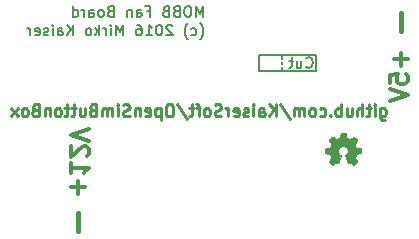
<source format=gbr>
G04 #@! TF.FileFunction,Legend,Bot*
%FSLAX46Y46*%
G04 Gerber Fmt 4.6, Leading zero omitted, Abs format (unit mm)*
G04 Created by KiCad (PCBNEW 4.0.4-stable) date 11/22/16 16:33:30*
%MOMM*%
%LPD*%
G01*
G04 APERTURE LIST*
%ADD10C,0.100000*%
%ADD11C,0.300000*%
%ADD12C,0.400000*%
%ADD13C,0.200000*%
%ADD14C,0.250000*%
%ADD15C,0.002540*%
G04 APERTURE END LIST*
D10*
D11*
X190642857Y-137917856D02*
X190642857Y-136774999D01*
X190071429Y-137346428D02*
X191214286Y-137346428D01*
X190071429Y-135274999D02*
X190071429Y-136132142D01*
X190071429Y-135703570D02*
X191571429Y-135703570D01*
X191357143Y-135846427D01*
X191214286Y-135989285D01*
X191142857Y-136132142D01*
X191428571Y-134703571D02*
X191500000Y-134632142D01*
X191571429Y-134489285D01*
X191571429Y-134132142D01*
X191500000Y-133989285D01*
X191428571Y-133917856D01*
X191285714Y-133846428D01*
X191142857Y-133846428D01*
X190928571Y-133917856D01*
X190071429Y-134774999D01*
X190071429Y-133846428D01*
X191571429Y-133417857D02*
X190071429Y-132917857D01*
X191571429Y-132417857D01*
D12*
X190667857Y-139513095D02*
X190667857Y-141036905D01*
X217942857Y-122588095D02*
X217942857Y-124111905D01*
D11*
X217957143Y-125946429D02*
X217957143Y-127089286D01*
X218528571Y-126517857D02*
X217385714Y-126517857D01*
X217028571Y-128517858D02*
X217028571Y-127803572D01*
X217742857Y-127732143D01*
X217671429Y-127803572D01*
X217600000Y-127946429D01*
X217600000Y-128303572D01*
X217671429Y-128446429D01*
X217742857Y-128517858D01*
X217885714Y-128589286D01*
X218242857Y-128589286D01*
X218385714Y-128517858D01*
X218457143Y-128446429D01*
X218528571Y-128303572D01*
X218528571Y-127946429D01*
X218457143Y-127803572D01*
X218385714Y-127732143D01*
X217028571Y-129017857D02*
X218528571Y-129517857D01*
X217028571Y-130017857D01*
D13*
X210750000Y-127525000D02*
X205950000Y-127525000D01*
X205950000Y-126100000D02*
X205950000Y-127525000D01*
X210750000Y-126100000D02*
X205950000Y-126100000D01*
X210750000Y-127525000D02*
X210750000Y-126100000D01*
X207900000Y-126450000D02*
X207900000Y-126250000D01*
X207900000Y-126925000D02*
X207900000Y-126725000D01*
X207900000Y-127375000D02*
X207900000Y-127175000D01*
X209935715Y-127146429D02*
X209978572Y-127189286D01*
X210107143Y-127232143D01*
X210192857Y-127232143D01*
X210321429Y-127189286D01*
X210407143Y-127103571D01*
X210450000Y-127017857D01*
X210492857Y-126846429D01*
X210492857Y-126717857D01*
X210450000Y-126546429D01*
X210407143Y-126460714D01*
X210321429Y-126375000D01*
X210192857Y-126332143D01*
X210107143Y-126332143D01*
X209978572Y-126375000D01*
X209935715Y-126417857D01*
X209164286Y-126632143D02*
X209164286Y-127232143D01*
X209550000Y-126632143D02*
X209550000Y-127103571D01*
X209507143Y-127189286D01*
X209421429Y-127232143D01*
X209292857Y-127232143D01*
X209207143Y-127189286D01*
X209164286Y-127146429D01*
X208864286Y-126632143D02*
X208521429Y-126632143D01*
X208735714Y-126332143D02*
X208735714Y-127103571D01*
X208692857Y-127189286D01*
X208607143Y-127232143D01*
X208521429Y-127232143D01*
D14*
X216232143Y-130660714D02*
X216232143Y-131470238D01*
X216279762Y-131565476D01*
X216327381Y-131613095D01*
X216422620Y-131660714D01*
X216565477Y-131660714D01*
X216660715Y-131613095D01*
X216232143Y-131279762D02*
X216327381Y-131327381D01*
X216517858Y-131327381D01*
X216613096Y-131279762D01*
X216660715Y-131232143D01*
X216708334Y-131136905D01*
X216708334Y-130851190D01*
X216660715Y-130755952D01*
X216613096Y-130708333D01*
X216517858Y-130660714D01*
X216327381Y-130660714D01*
X216232143Y-130708333D01*
X215755953Y-131327381D02*
X215755953Y-130660714D01*
X215755953Y-130327381D02*
X215803572Y-130375000D01*
X215755953Y-130422619D01*
X215708334Y-130375000D01*
X215755953Y-130327381D01*
X215755953Y-130422619D01*
X215422620Y-130660714D02*
X215041668Y-130660714D01*
X215279763Y-130327381D02*
X215279763Y-131184524D01*
X215232144Y-131279762D01*
X215136906Y-131327381D01*
X215041668Y-131327381D01*
X214708334Y-131327381D02*
X214708334Y-130327381D01*
X214279762Y-131327381D02*
X214279762Y-130803571D01*
X214327381Y-130708333D01*
X214422619Y-130660714D01*
X214565477Y-130660714D01*
X214660715Y-130708333D01*
X214708334Y-130755952D01*
X213375000Y-130660714D02*
X213375000Y-131327381D01*
X213803572Y-130660714D02*
X213803572Y-131184524D01*
X213755953Y-131279762D01*
X213660715Y-131327381D01*
X213517857Y-131327381D01*
X213422619Y-131279762D01*
X213375000Y-131232143D01*
X212898810Y-131327381D02*
X212898810Y-130327381D01*
X212898810Y-130708333D02*
X212803572Y-130660714D01*
X212613095Y-130660714D01*
X212517857Y-130708333D01*
X212470238Y-130755952D01*
X212422619Y-130851190D01*
X212422619Y-131136905D01*
X212470238Y-131232143D01*
X212517857Y-131279762D01*
X212613095Y-131327381D01*
X212803572Y-131327381D01*
X212898810Y-131279762D01*
X211994048Y-131232143D02*
X211946429Y-131279762D01*
X211994048Y-131327381D01*
X212041667Y-131279762D01*
X211994048Y-131232143D01*
X211994048Y-131327381D01*
X211089286Y-131279762D02*
X211184524Y-131327381D01*
X211375001Y-131327381D01*
X211470239Y-131279762D01*
X211517858Y-131232143D01*
X211565477Y-131136905D01*
X211565477Y-130851190D01*
X211517858Y-130755952D01*
X211470239Y-130708333D01*
X211375001Y-130660714D01*
X211184524Y-130660714D01*
X211089286Y-130708333D01*
X210517858Y-131327381D02*
X210613096Y-131279762D01*
X210660715Y-131232143D01*
X210708334Y-131136905D01*
X210708334Y-130851190D01*
X210660715Y-130755952D01*
X210613096Y-130708333D01*
X210517858Y-130660714D01*
X210375000Y-130660714D01*
X210279762Y-130708333D01*
X210232143Y-130755952D01*
X210184524Y-130851190D01*
X210184524Y-131136905D01*
X210232143Y-131232143D01*
X210279762Y-131279762D01*
X210375000Y-131327381D01*
X210517858Y-131327381D01*
X209755953Y-131327381D02*
X209755953Y-130660714D01*
X209755953Y-130755952D02*
X209708334Y-130708333D01*
X209613096Y-130660714D01*
X209470238Y-130660714D01*
X209375000Y-130708333D01*
X209327381Y-130803571D01*
X209327381Y-131327381D01*
X209327381Y-130803571D02*
X209279762Y-130708333D01*
X209184524Y-130660714D01*
X209041667Y-130660714D01*
X208946429Y-130708333D01*
X208898810Y-130803571D01*
X208898810Y-131327381D01*
X207708334Y-130279762D02*
X208565477Y-131565476D01*
X207375001Y-131327381D02*
X207375001Y-130327381D01*
X206803572Y-131327381D02*
X207232144Y-130755952D01*
X206803572Y-130327381D02*
X207375001Y-130898810D01*
X205946429Y-131327381D02*
X205946429Y-130803571D01*
X205994048Y-130708333D01*
X206089286Y-130660714D01*
X206279763Y-130660714D01*
X206375001Y-130708333D01*
X205946429Y-131279762D02*
X206041667Y-131327381D01*
X206279763Y-131327381D01*
X206375001Y-131279762D01*
X206422620Y-131184524D01*
X206422620Y-131089286D01*
X206375001Y-130994048D01*
X206279763Y-130946429D01*
X206041667Y-130946429D01*
X205946429Y-130898810D01*
X205470239Y-131327381D02*
X205470239Y-130660714D01*
X205470239Y-130327381D02*
X205517858Y-130375000D01*
X205470239Y-130422619D01*
X205422620Y-130375000D01*
X205470239Y-130327381D01*
X205470239Y-130422619D01*
X205041668Y-131279762D02*
X204946430Y-131327381D01*
X204755954Y-131327381D01*
X204660715Y-131279762D01*
X204613096Y-131184524D01*
X204613096Y-131136905D01*
X204660715Y-131041667D01*
X204755954Y-130994048D01*
X204898811Y-130994048D01*
X204994049Y-130946429D01*
X205041668Y-130851190D01*
X205041668Y-130803571D01*
X204994049Y-130708333D01*
X204898811Y-130660714D01*
X204755954Y-130660714D01*
X204660715Y-130708333D01*
X203803572Y-131279762D02*
X203898810Y-131327381D01*
X204089287Y-131327381D01*
X204184525Y-131279762D01*
X204232144Y-131184524D01*
X204232144Y-130803571D01*
X204184525Y-130708333D01*
X204089287Y-130660714D01*
X203898810Y-130660714D01*
X203803572Y-130708333D01*
X203755953Y-130803571D01*
X203755953Y-130898810D01*
X204232144Y-130994048D01*
X203327382Y-131327381D02*
X203327382Y-130660714D01*
X203327382Y-130851190D02*
X203279763Y-130755952D01*
X203232144Y-130708333D01*
X203136906Y-130660714D01*
X203041667Y-130660714D01*
X202755953Y-131279762D02*
X202613096Y-131327381D01*
X202375000Y-131327381D01*
X202279762Y-131279762D01*
X202232143Y-131232143D01*
X202184524Y-131136905D01*
X202184524Y-131041667D01*
X202232143Y-130946429D01*
X202279762Y-130898810D01*
X202375000Y-130851190D01*
X202565477Y-130803571D01*
X202660715Y-130755952D01*
X202708334Y-130708333D01*
X202755953Y-130613095D01*
X202755953Y-130517857D01*
X202708334Y-130422619D01*
X202660715Y-130375000D01*
X202565477Y-130327381D01*
X202327381Y-130327381D01*
X202184524Y-130375000D01*
X201613096Y-131327381D02*
X201708334Y-131279762D01*
X201755953Y-131232143D01*
X201803572Y-131136905D01*
X201803572Y-130851190D01*
X201755953Y-130755952D01*
X201708334Y-130708333D01*
X201613096Y-130660714D01*
X201470238Y-130660714D01*
X201375000Y-130708333D01*
X201327381Y-130755952D01*
X201279762Y-130851190D01*
X201279762Y-131136905D01*
X201327381Y-131232143D01*
X201375000Y-131279762D01*
X201470238Y-131327381D01*
X201613096Y-131327381D01*
X200994048Y-130660714D02*
X200613096Y-130660714D01*
X200851191Y-131327381D02*
X200851191Y-130470238D01*
X200803572Y-130375000D01*
X200708334Y-130327381D01*
X200613096Y-130327381D01*
X200422619Y-130660714D02*
X200041667Y-130660714D01*
X200279762Y-130327381D02*
X200279762Y-131184524D01*
X200232143Y-131279762D01*
X200136905Y-131327381D01*
X200041667Y-131327381D01*
X198994047Y-130279762D02*
X199851190Y-131565476D01*
X198470238Y-130327381D02*
X198279761Y-130327381D01*
X198184523Y-130375000D01*
X198089285Y-130470238D01*
X198041666Y-130660714D01*
X198041666Y-130994048D01*
X198089285Y-131184524D01*
X198184523Y-131279762D01*
X198279761Y-131327381D01*
X198470238Y-131327381D01*
X198565476Y-131279762D01*
X198660714Y-131184524D01*
X198708333Y-130994048D01*
X198708333Y-130660714D01*
X198660714Y-130470238D01*
X198565476Y-130375000D01*
X198470238Y-130327381D01*
X197613095Y-130660714D02*
X197613095Y-131660714D01*
X197613095Y-130708333D02*
X197517857Y-130660714D01*
X197327380Y-130660714D01*
X197232142Y-130708333D01*
X197184523Y-130755952D01*
X197136904Y-130851190D01*
X197136904Y-131136905D01*
X197184523Y-131232143D01*
X197232142Y-131279762D01*
X197327380Y-131327381D01*
X197517857Y-131327381D01*
X197613095Y-131279762D01*
X196327380Y-131279762D02*
X196422618Y-131327381D01*
X196613095Y-131327381D01*
X196708333Y-131279762D01*
X196755952Y-131184524D01*
X196755952Y-130803571D01*
X196708333Y-130708333D01*
X196613095Y-130660714D01*
X196422618Y-130660714D01*
X196327380Y-130708333D01*
X196279761Y-130803571D01*
X196279761Y-130898810D01*
X196755952Y-130994048D01*
X195851190Y-130660714D02*
X195851190Y-131327381D01*
X195851190Y-130755952D02*
X195803571Y-130708333D01*
X195708333Y-130660714D01*
X195565475Y-130660714D01*
X195470237Y-130708333D01*
X195422618Y-130803571D01*
X195422618Y-131327381D01*
X194994047Y-131279762D02*
X194851190Y-131327381D01*
X194613094Y-131327381D01*
X194517856Y-131279762D01*
X194470237Y-131232143D01*
X194422618Y-131136905D01*
X194422618Y-131041667D01*
X194470237Y-130946429D01*
X194517856Y-130898810D01*
X194613094Y-130851190D01*
X194803571Y-130803571D01*
X194898809Y-130755952D01*
X194946428Y-130708333D01*
X194994047Y-130613095D01*
X194994047Y-130517857D01*
X194946428Y-130422619D01*
X194898809Y-130375000D01*
X194803571Y-130327381D01*
X194565475Y-130327381D01*
X194422618Y-130375000D01*
X193994047Y-131327381D02*
X193994047Y-130660714D01*
X193994047Y-130327381D02*
X194041666Y-130375000D01*
X193994047Y-130422619D01*
X193946428Y-130375000D01*
X193994047Y-130327381D01*
X193994047Y-130422619D01*
X193517857Y-131327381D02*
X193517857Y-130660714D01*
X193517857Y-130755952D02*
X193470238Y-130708333D01*
X193375000Y-130660714D01*
X193232142Y-130660714D01*
X193136904Y-130708333D01*
X193089285Y-130803571D01*
X193089285Y-131327381D01*
X193089285Y-130803571D02*
X193041666Y-130708333D01*
X192946428Y-130660714D01*
X192803571Y-130660714D01*
X192708333Y-130708333D01*
X192660714Y-130803571D01*
X192660714Y-131327381D01*
X191851190Y-130803571D02*
X191708333Y-130851190D01*
X191660714Y-130898810D01*
X191613095Y-130994048D01*
X191613095Y-131136905D01*
X191660714Y-131232143D01*
X191708333Y-131279762D01*
X191803571Y-131327381D01*
X192184524Y-131327381D01*
X192184524Y-130327381D01*
X191851190Y-130327381D01*
X191755952Y-130375000D01*
X191708333Y-130422619D01*
X191660714Y-130517857D01*
X191660714Y-130613095D01*
X191708333Y-130708333D01*
X191755952Y-130755952D01*
X191851190Y-130803571D01*
X192184524Y-130803571D01*
X190755952Y-130660714D02*
X190755952Y-131327381D01*
X191184524Y-130660714D02*
X191184524Y-131184524D01*
X191136905Y-131279762D01*
X191041667Y-131327381D01*
X190898809Y-131327381D01*
X190803571Y-131279762D01*
X190755952Y-131232143D01*
X190422619Y-130660714D02*
X190041667Y-130660714D01*
X190279762Y-130327381D02*
X190279762Y-131184524D01*
X190232143Y-131279762D01*
X190136905Y-131327381D01*
X190041667Y-131327381D01*
X189851190Y-130660714D02*
X189470238Y-130660714D01*
X189708333Y-130327381D02*
X189708333Y-131184524D01*
X189660714Y-131279762D01*
X189565476Y-131327381D01*
X189470238Y-131327381D01*
X188994047Y-131327381D02*
X189089285Y-131279762D01*
X189136904Y-131232143D01*
X189184523Y-131136905D01*
X189184523Y-130851190D01*
X189136904Y-130755952D01*
X189089285Y-130708333D01*
X188994047Y-130660714D01*
X188851189Y-130660714D01*
X188755951Y-130708333D01*
X188708332Y-130755952D01*
X188660713Y-130851190D01*
X188660713Y-131136905D01*
X188708332Y-131232143D01*
X188755951Y-131279762D01*
X188851189Y-131327381D01*
X188994047Y-131327381D01*
X188232142Y-130660714D02*
X188232142Y-131327381D01*
X188232142Y-130755952D02*
X188184523Y-130708333D01*
X188089285Y-130660714D01*
X187946427Y-130660714D01*
X187851189Y-130708333D01*
X187803570Y-130803571D01*
X187803570Y-131327381D01*
X186994046Y-130803571D02*
X186851189Y-130851190D01*
X186803570Y-130898810D01*
X186755951Y-130994048D01*
X186755951Y-131136905D01*
X186803570Y-131232143D01*
X186851189Y-131279762D01*
X186946427Y-131327381D01*
X187327380Y-131327381D01*
X187327380Y-130327381D01*
X186994046Y-130327381D01*
X186898808Y-130375000D01*
X186851189Y-130422619D01*
X186803570Y-130517857D01*
X186803570Y-130613095D01*
X186851189Y-130708333D01*
X186898808Y-130755952D01*
X186994046Y-130803571D01*
X187327380Y-130803571D01*
X186184523Y-131327381D02*
X186279761Y-131279762D01*
X186327380Y-131232143D01*
X186374999Y-131136905D01*
X186374999Y-130851190D01*
X186327380Y-130755952D01*
X186279761Y-130708333D01*
X186184523Y-130660714D01*
X186041665Y-130660714D01*
X185946427Y-130708333D01*
X185898808Y-130755952D01*
X185851189Y-130851190D01*
X185851189Y-131136905D01*
X185898808Y-131232143D01*
X185946427Y-131279762D01*
X186041665Y-131327381D01*
X186184523Y-131327381D01*
X185517856Y-131327381D02*
X184994046Y-130660714D01*
X185517856Y-130660714D02*
X184994046Y-131327381D01*
D13*
X201215714Y-122922143D02*
X201215714Y-122022143D01*
X200915714Y-122665000D01*
X200615714Y-122022143D01*
X200615714Y-122922143D01*
X200015715Y-122022143D02*
X199844286Y-122022143D01*
X199758572Y-122065000D01*
X199672858Y-122150714D01*
X199630000Y-122322143D01*
X199630000Y-122622143D01*
X199672858Y-122793571D01*
X199758572Y-122879286D01*
X199844286Y-122922143D01*
X200015715Y-122922143D01*
X200101429Y-122879286D01*
X200187143Y-122793571D01*
X200230000Y-122622143D01*
X200230000Y-122322143D01*
X200187143Y-122150714D01*
X200101429Y-122065000D01*
X200015715Y-122022143D01*
X198944286Y-122450714D02*
X198815715Y-122493571D01*
X198772858Y-122536429D01*
X198730001Y-122622143D01*
X198730001Y-122750714D01*
X198772858Y-122836429D01*
X198815715Y-122879286D01*
X198901429Y-122922143D01*
X199244286Y-122922143D01*
X199244286Y-122022143D01*
X198944286Y-122022143D01*
X198858572Y-122065000D01*
X198815715Y-122107857D01*
X198772858Y-122193571D01*
X198772858Y-122279286D01*
X198815715Y-122365000D01*
X198858572Y-122407857D01*
X198944286Y-122450714D01*
X199244286Y-122450714D01*
X198044286Y-122450714D02*
X197915715Y-122493571D01*
X197872858Y-122536429D01*
X197830001Y-122622143D01*
X197830001Y-122750714D01*
X197872858Y-122836429D01*
X197915715Y-122879286D01*
X198001429Y-122922143D01*
X198344286Y-122922143D01*
X198344286Y-122022143D01*
X198044286Y-122022143D01*
X197958572Y-122065000D01*
X197915715Y-122107857D01*
X197872858Y-122193571D01*
X197872858Y-122279286D01*
X197915715Y-122365000D01*
X197958572Y-122407857D01*
X198044286Y-122450714D01*
X198344286Y-122450714D01*
X196458572Y-122450714D02*
X196758572Y-122450714D01*
X196758572Y-122922143D02*
X196758572Y-122022143D01*
X196330001Y-122022143D01*
X195601429Y-122922143D02*
X195601429Y-122450714D01*
X195644286Y-122365000D01*
X195730000Y-122322143D01*
X195901429Y-122322143D01*
X195987143Y-122365000D01*
X195601429Y-122879286D02*
X195687143Y-122922143D01*
X195901429Y-122922143D01*
X195987143Y-122879286D01*
X196030000Y-122793571D01*
X196030000Y-122707857D01*
X195987143Y-122622143D01*
X195901429Y-122579286D01*
X195687143Y-122579286D01*
X195601429Y-122536429D01*
X195172857Y-122322143D02*
X195172857Y-122922143D01*
X195172857Y-122407857D02*
X195130000Y-122365000D01*
X195044286Y-122322143D01*
X194915714Y-122322143D01*
X194830000Y-122365000D01*
X194787143Y-122450714D01*
X194787143Y-122922143D01*
X193372857Y-122450714D02*
X193244286Y-122493571D01*
X193201429Y-122536429D01*
X193158572Y-122622143D01*
X193158572Y-122750714D01*
X193201429Y-122836429D01*
X193244286Y-122879286D01*
X193330000Y-122922143D01*
X193672857Y-122922143D01*
X193672857Y-122022143D01*
X193372857Y-122022143D01*
X193287143Y-122065000D01*
X193244286Y-122107857D01*
X193201429Y-122193571D01*
X193201429Y-122279286D01*
X193244286Y-122365000D01*
X193287143Y-122407857D01*
X193372857Y-122450714D01*
X193672857Y-122450714D01*
X192644286Y-122922143D02*
X192730000Y-122879286D01*
X192772857Y-122836429D01*
X192815714Y-122750714D01*
X192815714Y-122493571D01*
X192772857Y-122407857D01*
X192730000Y-122365000D01*
X192644286Y-122322143D01*
X192515714Y-122322143D01*
X192430000Y-122365000D01*
X192387143Y-122407857D01*
X192344286Y-122493571D01*
X192344286Y-122750714D01*
X192387143Y-122836429D01*
X192430000Y-122879286D01*
X192515714Y-122922143D01*
X192644286Y-122922143D01*
X191572857Y-122922143D02*
X191572857Y-122450714D01*
X191615714Y-122365000D01*
X191701428Y-122322143D01*
X191872857Y-122322143D01*
X191958571Y-122365000D01*
X191572857Y-122879286D02*
X191658571Y-122922143D01*
X191872857Y-122922143D01*
X191958571Y-122879286D01*
X192001428Y-122793571D01*
X192001428Y-122707857D01*
X191958571Y-122622143D01*
X191872857Y-122579286D01*
X191658571Y-122579286D01*
X191572857Y-122536429D01*
X191144285Y-122922143D02*
X191144285Y-122322143D01*
X191144285Y-122493571D02*
X191101428Y-122407857D01*
X191058571Y-122365000D01*
X190972857Y-122322143D01*
X190887142Y-122322143D01*
X190201428Y-122922143D02*
X190201428Y-122022143D01*
X190201428Y-122879286D02*
X190287142Y-122922143D01*
X190458571Y-122922143D01*
X190544285Y-122879286D01*
X190587142Y-122836429D01*
X190629999Y-122750714D01*
X190629999Y-122493571D01*
X190587142Y-122407857D01*
X190544285Y-122365000D01*
X190458571Y-122322143D01*
X190287142Y-122322143D01*
X190201428Y-122365000D01*
X200958571Y-124815000D02*
X201001429Y-124772143D01*
X201087143Y-124643571D01*
X201130000Y-124557857D01*
X201172857Y-124429286D01*
X201215714Y-124215000D01*
X201215714Y-124043571D01*
X201172857Y-123829286D01*
X201130000Y-123700714D01*
X201087143Y-123615000D01*
X201001429Y-123486429D01*
X200958571Y-123443571D01*
X200230000Y-124429286D02*
X200315714Y-124472143D01*
X200487143Y-124472143D01*
X200572857Y-124429286D01*
X200615714Y-124386429D01*
X200658571Y-124300714D01*
X200658571Y-124043571D01*
X200615714Y-123957857D01*
X200572857Y-123915000D01*
X200487143Y-123872143D01*
X200315714Y-123872143D01*
X200230000Y-123915000D01*
X199930000Y-124815000D02*
X199887142Y-124772143D01*
X199801428Y-124643571D01*
X199758571Y-124557857D01*
X199715714Y-124429286D01*
X199672857Y-124215000D01*
X199672857Y-124043571D01*
X199715714Y-123829286D01*
X199758571Y-123700714D01*
X199801428Y-123615000D01*
X199887142Y-123486429D01*
X199930000Y-123443571D01*
X198601428Y-123657857D02*
X198558571Y-123615000D01*
X198472857Y-123572143D01*
X198258571Y-123572143D01*
X198172857Y-123615000D01*
X198130000Y-123657857D01*
X198087143Y-123743571D01*
X198087143Y-123829286D01*
X198130000Y-123957857D01*
X198644286Y-124472143D01*
X198087143Y-124472143D01*
X197530000Y-123572143D02*
X197444285Y-123572143D01*
X197358571Y-123615000D01*
X197315714Y-123657857D01*
X197272857Y-123743571D01*
X197230000Y-123915000D01*
X197230000Y-124129286D01*
X197272857Y-124300714D01*
X197315714Y-124386429D01*
X197358571Y-124429286D01*
X197444285Y-124472143D01*
X197530000Y-124472143D01*
X197615714Y-124429286D01*
X197658571Y-124386429D01*
X197701428Y-124300714D01*
X197744285Y-124129286D01*
X197744285Y-123915000D01*
X197701428Y-123743571D01*
X197658571Y-123657857D01*
X197615714Y-123615000D01*
X197530000Y-123572143D01*
X196372857Y-124472143D02*
X196887142Y-124472143D01*
X196630000Y-124472143D02*
X196630000Y-123572143D01*
X196715714Y-123700714D01*
X196801428Y-123786429D01*
X196887142Y-123829286D01*
X195601428Y-123572143D02*
X195772857Y-123572143D01*
X195858571Y-123615000D01*
X195901428Y-123657857D01*
X195987142Y-123786429D01*
X196029999Y-123957857D01*
X196029999Y-124300714D01*
X195987142Y-124386429D01*
X195944285Y-124429286D01*
X195858571Y-124472143D01*
X195687142Y-124472143D01*
X195601428Y-124429286D01*
X195558571Y-124386429D01*
X195515714Y-124300714D01*
X195515714Y-124086429D01*
X195558571Y-124000714D01*
X195601428Y-123957857D01*
X195687142Y-123915000D01*
X195858571Y-123915000D01*
X195944285Y-123957857D01*
X195987142Y-124000714D01*
X196029999Y-124086429D01*
X194444285Y-124472143D02*
X194444285Y-123572143D01*
X194144285Y-124215000D01*
X193844285Y-123572143D01*
X193844285Y-124472143D01*
X193415714Y-124472143D02*
X193415714Y-123872143D01*
X193415714Y-123572143D02*
X193458571Y-123615000D01*
X193415714Y-123657857D01*
X193372857Y-123615000D01*
X193415714Y-123572143D01*
X193415714Y-123657857D01*
X192987143Y-124472143D02*
X192987143Y-123872143D01*
X192987143Y-124043571D02*
X192944286Y-123957857D01*
X192901429Y-123915000D01*
X192815715Y-123872143D01*
X192730000Y-123872143D01*
X192430000Y-124472143D02*
X192430000Y-123572143D01*
X192344286Y-124129286D02*
X192087143Y-124472143D01*
X192087143Y-123872143D02*
X192430000Y-124215000D01*
X191572858Y-124472143D02*
X191658572Y-124429286D01*
X191701429Y-124386429D01*
X191744286Y-124300714D01*
X191744286Y-124043571D01*
X191701429Y-123957857D01*
X191658572Y-123915000D01*
X191572858Y-123872143D01*
X191444286Y-123872143D01*
X191358572Y-123915000D01*
X191315715Y-123957857D01*
X191272858Y-124043571D01*
X191272858Y-124300714D01*
X191315715Y-124386429D01*
X191358572Y-124429286D01*
X191444286Y-124472143D01*
X191572858Y-124472143D01*
X190201429Y-124472143D02*
X190201429Y-123572143D01*
X189687144Y-124472143D02*
X190072858Y-123957857D01*
X189687144Y-123572143D02*
X190201429Y-124086429D01*
X188915715Y-124472143D02*
X188915715Y-124000714D01*
X188958572Y-123915000D01*
X189044286Y-123872143D01*
X189215715Y-123872143D01*
X189301429Y-123915000D01*
X188915715Y-124429286D02*
X189001429Y-124472143D01*
X189215715Y-124472143D01*
X189301429Y-124429286D01*
X189344286Y-124343571D01*
X189344286Y-124257857D01*
X189301429Y-124172143D01*
X189215715Y-124129286D01*
X189001429Y-124129286D01*
X188915715Y-124086429D01*
X188487143Y-124472143D02*
X188487143Y-123872143D01*
X188487143Y-123572143D02*
X188530000Y-123615000D01*
X188487143Y-123657857D01*
X188444286Y-123615000D01*
X188487143Y-123572143D01*
X188487143Y-123657857D01*
X188101429Y-124429286D02*
X188015715Y-124472143D01*
X187844287Y-124472143D01*
X187758572Y-124429286D01*
X187715715Y-124343571D01*
X187715715Y-124300714D01*
X187758572Y-124215000D01*
X187844287Y-124172143D01*
X187972858Y-124172143D01*
X188058572Y-124129286D01*
X188101429Y-124043571D01*
X188101429Y-124000714D01*
X188058572Y-123915000D01*
X187972858Y-123872143D01*
X187844287Y-123872143D01*
X187758572Y-123915000D01*
X186987144Y-124429286D02*
X187072858Y-124472143D01*
X187244287Y-124472143D01*
X187330001Y-124429286D01*
X187372858Y-124343571D01*
X187372858Y-124000714D01*
X187330001Y-123915000D01*
X187244287Y-123872143D01*
X187072858Y-123872143D01*
X186987144Y-123915000D01*
X186944287Y-124000714D01*
X186944287Y-124086429D01*
X187372858Y-124172143D01*
X186558572Y-124472143D02*
X186558572Y-123872143D01*
X186558572Y-124043571D02*
X186515715Y-123957857D01*
X186472858Y-123915000D01*
X186387144Y-123872143D01*
X186301429Y-123872143D01*
D15*
G36*
X213984320Y-135446200D02*
X213966540Y-135438580D01*
X213933520Y-135415720D01*
X213882720Y-135382700D01*
X213824300Y-135344600D01*
X213763340Y-135303960D01*
X213715080Y-135270940D01*
X213679520Y-135248080D01*
X213666820Y-135240460D01*
X213659200Y-135243000D01*
X213631260Y-135258240D01*
X213590620Y-135278560D01*
X213565220Y-135291260D01*
X213527120Y-135306500D01*
X213509340Y-135311580D01*
X213506800Y-135306500D01*
X213491560Y-135276020D01*
X213471240Y-135227760D01*
X213443300Y-135161720D01*
X213410280Y-135085520D01*
X213374720Y-135004240D01*
X213341700Y-134920420D01*
X213308680Y-134841680D01*
X213278200Y-134768020D01*
X213255340Y-134709600D01*
X213240100Y-134668960D01*
X213232480Y-134651180D01*
X213235020Y-134648640D01*
X213252800Y-134630860D01*
X213285820Y-134605460D01*
X213356940Y-134547040D01*
X213428060Y-134460680D01*
X213471240Y-134361620D01*
X213483940Y-134249860D01*
X213473780Y-134148260D01*
X213433140Y-134051740D01*
X213364560Y-133962840D01*
X213280740Y-133896800D01*
X213184220Y-133856160D01*
X213075000Y-133843460D01*
X212970860Y-133853620D01*
X212871800Y-133894260D01*
X212782900Y-133960300D01*
X212744800Y-134003480D01*
X212694000Y-134094920D01*
X212663520Y-134188900D01*
X212660980Y-134211760D01*
X212666060Y-134318440D01*
X212696540Y-134420040D01*
X212752420Y-134508940D01*
X212828620Y-134582600D01*
X212838780Y-134590220D01*
X212874340Y-134618160D01*
X212899740Y-134635940D01*
X212917520Y-134651180D01*
X212782900Y-134973760D01*
X212762580Y-135024560D01*
X212724480Y-135113460D01*
X212694000Y-135189660D01*
X212666060Y-135250620D01*
X212648280Y-135291260D01*
X212640660Y-135306500D01*
X212640660Y-135306500D01*
X212627960Y-135309040D01*
X212605100Y-135301420D01*
X212559380Y-135278560D01*
X212528900Y-135263320D01*
X212495880Y-135248080D01*
X212480640Y-135240460D01*
X212465400Y-135248080D01*
X212432380Y-135268400D01*
X212386660Y-135301420D01*
X212328240Y-135339520D01*
X212272360Y-135377620D01*
X212221560Y-135410640D01*
X212186000Y-135436040D01*
X212168220Y-135443660D01*
X212165680Y-135443660D01*
X212147900Y-135436040D01*
X212119960Y-135410640D01*
X212076780Y-135370000D01*
X212013280Y-135309040D01*
X212003120Y-135298880D01*
X211952320Y-135248080D01*
X211911680Y-135202360D01*
X211883740Y-135171880D01*
X211873580Y-135159180D01*
X211873580Y-135159180D01*
X211883740Y-135141400D01*
X211906600Y-135103300D01*
X211939620Y-135052500D01*
X211980260Y-134991540D01*
X212086940Y-134836600D01*
X212028520Y-134691820D01*
X212010740Y-134646100D01*
X211987880Y-134590220D01*
X211970100Y-134552120D01*
X211962480Y-134534340D01*
X211944700Y-134529260D01*
X211906600Y-134519100D01*
X211848180Y-134508940D01*
X211777060Y-134496240D01*
X211711020Y-134483540D01*
X211652600Y-134470840D01*
X211609420Y-134463220D01*
X211589100Y-134460680D01*
X211584020Y-134455600D01*
X211581480Y-134447980D01*
X211578940Y-134427660D01*
X211576400Y-134389560D01*
X211576400Y-134333680D01*
X211576400Y-134249860D01*
X211576400Y-134242240D01*
X211576400Y-134163500D01*
X211578940Y-134100000D01*
X211581480Y-134061900D01*
X211584020Y-134044120D01*
X211584020Y-134044120D01*
X211601800Y-134039040D01*
X211644980Y-134031420D01*
X211703400Y-134018720D01*
X211774520Y-134006020D01*
X211779600Y-134006020D01*
X211850720Y-133990780D01*
X211909140Y-133978080D01*
X211952320Y-133970460D01*
X211970100Y-133962840D01*
X211972640Y-133957760D01*
X211987880Y-133929820D01*
X212008200Y-133886640D01*
X212031060Y-133833300D01*
X212053920Y-133777420D01*
X212074240Y-133726620D01*
X212086940Y-133691060D01*
X212092020Y-133673280D01*
X212092020Y-133673280D01*
X212081860Y-133655500D01*
X212056460Y-133619940D01*
X212020900Y-133569140D01*
X211980260Y-133508180D01*
X211977720Y-133503100D01*
X211937080Y-133442140D01*
X211904060Y-133391340D01*
X211881200Y-133355780D01*
X211873580Y-133340540D01*
X211873580Y-133338000D01*
X211886280Y-133320220D01*
X211916760Y-133287200D01*
X211962480Y-133241480D01*
X212013280Y-133188140D01*
X212031060Y-133172900D01*
X212089480Y-133114480D01*
X212130120Y-133078920D01*
X212155520Y-133058600D01*
X212165680Y-133053520D01*
X212168220Y-133053520D01*
X212186000Y-133063680D01*
X212224100Y-133089080D01*
X212274900Y-133124640D01*
X212335860Y-133165280D01*
X212338400Y-133167820D01*
X212399360Y-133208460D01*
X212450160Y-133244020D01*
X212485720Y-133266880D01*
X212500960Y-133274500D01*
X212503500Y-133274500D01*
X212526360Y-133269420D01*
X212569540Y-133254180D01*
X212622880Y-133233860D01*
X212678760Y-133211000D01*
X212729560Y-133190680D01*
X212765120Y-133172900D01*
X212782900Y-133162740D01*
X212785440Y-133162740D01*
X212790520Y-133139880D01*
X212800680Y-133094160D01*
X212813380Y-133033200D01*
X212828620Y-132959540D01*
X212831160Y-132949380D01*
X212843860Y-132875720D01*
X212854020Y-132817300D01*
X212864180Y-132776660D01*
X212866720Y-132758880D01*
X212876880Y-132758880D01*
X212912440Y-132756340D01*
X212965780Y-132753800D01*
X213031820Y-132753800D01*
X213097860Y-132753800D01*
X213163900Y-132753800D01*
X213219780Y-132756340D01*
X213260420Y-132758880D01*
X213278200Y-132763960D01*
X213278200Y-132763960D01*
X213283280Y-132786820D01*
X213293440Y-132830000D01*
X213306140Y-132893500D01*
X213321380Y-132967160D01*
X213323920Y-132979860D01*
X213336620Y-133050980D01*
X213349320Y-133109400D01*
X213356940Y-133150040D01*
X213362020Y-133165280D01*
X213367100Y-133167820D01*
X213397580Y-133183060D01*
X213445840Y-133200840D01*
X213504260Y-133226240D01*
X213641420Y-133282120D01*
X213809060Y-133165280D01*
X213824300Y-133155120D01*
X213885260Y-133114480D01*
X213936060Y-133081460D01*
X213971620Y-133058600D01*
X213984320Y-133050980D01*
X213986860Y-133050980D01*
X214002100Y-133066220D01*
X214035120Y-133096700D01*
X214080840Y-133142420D01*
X214134180Y-133193220D01*
X214174820Y-133233860D01*
X214220540Y-133279580D01*
X214248480Y-133312600D01*
X214266260Y-133332920D01*
X214271340Y-133345620D01*
X214268800Y-133353240D01*
X214258640Y-133371020D01*
X214233240Y-133406580D01*
X214200220Y-133459920D01*
X214159580Y-133518340D01*
X214124020Y-133569140D01*
X214088460Y-133625020D01*
X214065600Y-133665660D01*
X214055440Y-133683440D01*
X214057980Y-133693600D01*
X214070680Y-133726620D01*
X214091000Y-133774880D01*
X214116400Y-133835840D01*
X214174820Y-133967920D01*
X214261180Y-133985700D01*
X214314520Y-133995860D01*
X214388180Y-134008560D01*
X214459300Y-134023800D01*
X214571060Y-134044120D01*
X214573600Y-134447980D01*
X214555820Y-134455600D01*
X214540580Y-134460680D01*
X214499940Y-134470840D01*
X214441520Y-134481000D01*
X214372940Y-134493700D01*
X214311980Y-134506400D01*
X214253560Y-134516560D01*
X214210380Y-134524180D01*
X214192600Y-134529260D01*
X214187520Y-134534340D01*
X214172280Y-134564820D01*
X214151960Y-134610540D01*
X214129100Y-134663880D01*
X214103700Y-134722300D01*
X214083380Y-134773100D01*
X214068140Y-134813740D01*
X214063060Y-134834060D01*
X214070680Y-134849300D01*
X214093540Y-134884860D01*
X214126560Y-134935660D01*
X214167200Y-134994080D01*
X214207840Y-135052500D01*
X214240860Y-135103300D01*
X214266260Y-135138860D01*
X214273880Y-135156640D01*
X214268800Y-135166800D01*
X214245940Y-135194740D01*
X214202760Y-135240460D01*
X214136720Y-135306500D01*
X214124020Y-135316660D01*
X214073220Y-135367460D01*
X214027500Y-135408100D01*
X213997020Y-135436040D01*
X213984320Y-135446200D01*
X213984320Y-135446200D01*
G37*
X213984320Y-135446200D02*
X213966540Y-135438580D01*
X213933520Y-135415720D01*
X213882720Y-135382700D01*
X213824300Y-135344600D01*
X213763340Y-135303960D01*
X213715080Y-135270940D01*
X213679520Y-135248080D01*
X213666820Y-135240460D01*
X213659200Y-135243000D01*
X213631260Y-135258240D01*
X213590620Y-135278560D01*
X213565220Y-135291260D01*
X213527120Y-135306500D01*
X213509340Y-135311580D01*
X213506800Y-135306500D01*
X213491560Y-135276020D01*
X213471240Y-135227760D01*
X213443300Y-135161720D01*
X213410280Y-135085520D01*
X213374720Y-135004240D01*
X213341700Y-134920420D01*
X213308680Y-134841680D01*
X213278200Y-134768020D01*
X213255340Y-134709600D01*
X213240100Y-134668960D01*
X213232480Y-134651180D01*
X213235020Y-134648640D01*
X213252800Y-134630860D01*
X213285820Y-134605460D01*
X213356940Y-134547040D01*
X213428060Y-134460680D01*
X213471240Y-134361620D01*
X213483940Y-134249860D01*
X213473780Y-134148260D01*
X213433140Y-134051740D01*
X213364560Y-133962840D01*
X213280740Y-133896800D01*
X213184220Y-133856160D01*
X213075000Y-133843460D01*
X212970860Y-133853620D01*
X212871800Y-133894260D01*
X212782900Y-133960300D01*
X212744800Y-134003480D01*
X212694000Y-134094920D01*
X212663520Y-134188900D01*
X212660980Y-134211760D01*
X212666060Y-134318440D01*
X212696540Y-134420040D01*
X212752420Y-134508940D01*
X212828620Y-134582600D01*
X212838780Y-134590220D01*
X212874340Y-134618160D01*
X212899740Y-134635940D01*
X212917520Y-134651180D01*
X212782900Y-134973760D01*
X212762580Y-135024560D01*
X212724480Y-135113460D01*
X212694000Y-135189660D01*
X212666060Y-135250620D01*
X212648280Y-135291260D01*
X212640660Y-135306500D01*
X212640660Y-135306500D01*
X212627960Y-135309040D01*
X212605100Y-135301420D01*
X212559380Y-135278560D01*
X212528900Y-135263320D01*
X212495880Y-135248080D01*
X212480640Y-135240460D01*
X212465400Y-135248080D01*
X212432380Y-135268400D01*
X212386660Y-135301420D01*
X212328240Y-135339520D01*
X212272360Y-135377620D01*
X212221560Y-135410640D01*
X212186000Y-135436040D01*
X212168220Y-135443660D01*
X212165680Y-135443660D01*
X212147900Y-135436040D01*
X212119960Y-135410640D01*
X212076780Y-135370000D01*
X212013280Y-135309040D01*
X212003120Y-135298880D01*
X211952320Y-135248080D01*
X211911680Y-135202360D01*
X211883740Y-135171880D01*
X211873580Y-135159180D01*
X211873580Y-135159180D01*
X211883740Y-135141400D01*
X211906600Y-135103300D01*
X211939620Y-135052500D01*
X211980260Y-134991540D01*
X212086940Y-134836600D01*
X212028520Y-134691820D01*
X212010740Y-134646100D01*
X211987880Y-134590220D01*
X211970100Y-134552120D01*
X211962480Y-134534340D01*
X211944700Y-134529260D01*
X211906600Y-134519100D01*
X211848180Y-134508940D01*
X211777060Y-134496240D01*
X211711020Y-134483540D01*
X211652600Y-134470840D01*
X211609420Y-134463220D01*
X211589100Y-134460680D01*
X211584020Y-134455600D01*
X211581480Y-134447980D01*
X211578940Y-134427660D01*
X211576400Y-134389560D01*
X211576400Y-134333680D01*
X211576400Y-134249860D01*
X211576400Y-134242240D01*
X211576400Y-134163500D01*
X211578940Y-134100000D01*
X211581480Y-134061900D01*
X211584020Y-134044120D01*
X211584020Y-134044120D01*
X211601800Y-134039040D01*
X211644980Y-134031420D01*
X211703400Y-134018720D01*
X211774520Y-134006020D01*
X211779600Y-134006020D01*
X211850720Y-133990780D01*
X211909140Y-133978080D01*
X211952320Y-133970460D01*
X211970100Y-133962840D01*
X211972640Y-133957760D01*
X211987880Y-133929820D01*
X212008200Y-133886640D01*
X212031060Y-133833300D01*
X212053920Y-133777420D01*
X212074240Y-133726620D01*
X212086940Y-133691060D01*
X212092020Y-133673280D01*
X212092020Y-133673280D01*
X212081860Y-133655500D01*
X212056460Y-133619940D01*
X212020900Y-133569140D01*
X211980260Y-133508180D01*
X211977720Y-133503100D01*
X211937080Y-133442140D01*
X211904060Y-133391340D01*
X211881200Y-133355780D01*
X211873580Y-133340540D01*
X211873580Y-133338000D01*
X211886280Y-133320220D01*
X211916760Y-133287200D01*
X211962480Y-133241480D01*
X212013280Y-133188140D01*
X212031060Y-133172900D01*
X212089480Y-133114480D01*
X212130120Y-133078920D01*
X212155520Y-133058600D01*
X212165680Y-133053520D01*
X212168220Y-133053520D01*
X212186000Y-133063680D01*
X212224100Y-133089080D01*
X212274900Y-133124640D01*
X212335860Y-133165280D01*
X212338400Y-133167820D01*
X212399360Y-133208460D01*
X212450160Y-133244020D01*
X212485720Y-133266880D01*
X212500960Y-133274500D01*
X212503500Y-133274500D01*
X212526360Y-133269420D01*
X212569540Y-133254180D01*
X212622880Y-133233860D01*
X212678760Y-133211000D01*
X212729560Y-133190680D01*
X212765120Y-133172900D01*
X212782900Y-133162740D01*
X212785440Y-133162740D01*
X212790520Y-133139880D01*
X212800680Y-133094160D01*
X212813380Y-133033200D01*
X212828620Y-132959540D01*
X212831160Y-132949380D01*
X212843860Y-132875720D01*
X212854020Y-132817300D01*
X212864180Y-132776660D01*
X212866720Y-132758880D01*
X212876880Y-132758880D01*
X212912440Y-132756340D01*
X212965780Y-132753800D01*
X213031820Y-132753800D01*
X213097860Y-132753800D01*
X213163900Y-132753800D01*
X213219780Y-132756340D01*
X213260420Y-132758880D01*
X213278200Y-132763960D01*
X213278200Y-132763960D01*
X213283280Y-132786820D01*
X213293440Y-132830000D01*
X213306140Y-132893500D01*
X213321380Y-132967160D01*
X213323920Y-132979860D01*
X213336620Y-133050980D01*
X213349320Y-133109400D01*
X213356940Y-133150040D01*
X213362020Y-133165280D01*
X213367100Y-133167820D01*
X213397580Y-133183060D01*
X213445840Y-133200840D01*
X213504260Y-133226240D01*
X213641420Y-133282120D01*
X213809060Y-133165280D01*
X213824300Y-133155120D01*
X213885260Y-133114480D01*
X213936060Y-133081460D01*
X213971620Y-133058600D01*
X213984320Y-133050980D01*
X213986860Y-133050980D01*
X214002100Y-133066220D01*
X214035120Y-133096700D01*
X214080840Y-133142420D01*
X214134180Y-133193220D01*
X214174820Y-133233860D01*
X214220540Y-133279580D01*
X214248480Y-133312600D01*
X214266260Y-133332920D01*
X214271340Y-133345620D01*
X214268800Y-133353240D01*
X214258640Y-133371020D01*
X214233240Y-133406580D01*
X214200220Y-133459920D01*
X214159580Y-133518340D01*
X214124020Y-133569140D01*
X214088460Y-133625020D01*
X214065600Y-133665660D01*
X214055440Y-133683440D01*
X214057980Y-133693600D01*
X214070680Y-133726620D01*
X214091000Y-133774880D01*
X214116400Y-133835840D01*
X214174820Y-133967920D01*
X214261180Y-133985700D01*
X214314520Y-133995860D01*
X214388180Y-134008560D01*
X214459300Y-134023800D01*
X214571060Y-134044120D01*
X214573600Y-134447980D01*
X214555820Y-134455600D01*
X214540580Y-134460680D01*
X214499940Y-134470840D01*
X214441520Y-134481000D01*
X214372940Y-134493700D01*
X214311980Y-134506400D01*
X214253560Y-134516560D01*
X214210380Y-134524180D01*
X214192600Y-134529260D01*
X214187520Y-134534340D01*
X214172280Y-134564820D01*
X214151960Y-134610540D01*
X214129100Y-134663880D01*
X214103700Y-134722300D01*
X214083380Y-134773100D01*
X214068140Y-134813740D01*
X214063060Y-134834060D01*
X214070680Y-134849300D01*
X214093540Y-134884860D01*
X214126560Y-134935660D01*
X214167200Y-134994080D01*
X214207840Y-135052500D01*
X214240860Y-135103300D01*
X214266260Y-135138860D01*
X214273880Y-135156640D01*
X214268800Y-135166800D01*
X214245940Y-135194740D01*
X214202760Y-135240460D01*
X214136720Y-135306500D01*
X214124020Y-135316660D01*
X214073220Y-135367460D01*
X214027500Y-135408100D01*
X213997020Y-135436040D01*
X213984320Y-135446200D01*
M02*

</source>
